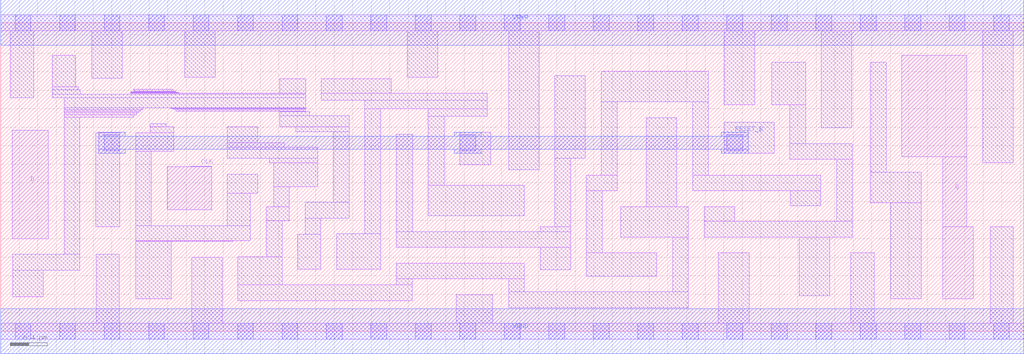
<source format=lef>
# Copyright 2020 The SkyWater PDK Authors
#
# Licensed under the Apache License, Version 2.0 (the "License");
# you may not use this file except in compliance with the License.
# You may obtain a copy of the License at
#
#     https://www.apache.org/licenses/LICENSE-2.0
#
# Unless required by applicable law or agreed to in writing, software
# distributed under the License is distributed on an "AS IS" BASIS,
# WITHOUT WARRANTIES OR CONDITIONS OF ANY KIND, either express or implied.
# See the License for the specific language governing permissions and
# limitations under the License.
#
# SPDX-License-Identifier: Apache-2.0

VERSION 5.7 ;
  NAMESCASESENSITIVE ON ;
  NOWIREEXTENSIONATPIN ON ;
  DIVIDERCHAR "/" ;
  BUSBITCHARS "[]" ;
UNITS
  DATABASE MICRONS 200 ;
END UNITS
MACRO sky130_fd_sc_ls__dfrtp_1
  CLASS CORE ;
  SOURCE USER ;
  FOREIGN sky130_fd_sc_ls__dfrtp_1 ;
  ORIGIN  0.000000  0.000000 ;
  SIZE  11.04000 BY  3.330000 ;
  SYMMETRY X Y R90 ;
  SITE unit ;
  PIN D
    ANTENNAGATEAREA  0.126000 ;
    DIRECTION INPUT ;
    USE SIGNAL ;
    PORT
      LAYER li1 ;
        RECT 0.125000 1.000000 0.515000 2.170000 ;
    END
  END D
  PIN Q
    ANTENNADIFFAREA  0.591700 ;
    DIRECTION OUTPUT ;
    USE SIGNAL ;
    PORT
      LAYER li1 ;
        RECT  9.725000 1.885000 10.425000 2.980000 ;
        RECT 10.165000 0.350000 10.495000 1.130000 ;
        RECT 10.165000 1.130000 10.425000 1.885000 ;
    END
  END Q
  PIN RESET_B
    ANTENNAGATEAREA  0.378000 ;
    DIRECTION INPUT ;
    USE SIGNAL ;
    PORT
      LAYER met1 ;
        RECT 1.055000 1.920000 1.345000 1.965000 ;
        RECT 1.055000 1.965000 8.065000 2.105000 ;
        RECT 1.055000 2.105000 1.345000 2.150000 ;
        RECT 4.895000 1.920000 5.185000 1.965000 ;
        RECT 4.895000 2.105000 5.185000 2.150000 ;
        RECT 7.775000 1.920000 8.065000 1.965000 ;
        RECT 7.775000 2.105000 8.065000 2.150000 ;
    END
  END RESET_B
  PIN CLK
    ANTENNAGATEAREA  0.261000 ;
    DIRECTION INPUT ;
    USE CLOCK ;
    PORT
      LAYER li1 ;
        RECT 1.795000 1.310000 2.275000 1.775000 ;
        RECT 2.045000 1.775000 2.275000 1.780000 ;
    END
  END CLK
  PIN VGND
    DIRECTION INOUT ;
    SHAPE ABUTMENT ;
    USE GROUND ;
    PORT
      LAYER met1 ;
        RECT 0.000000 -0.245000 11.040000 0.245000 ;
    END
  END VGND
  PIN VPWR
    DIRECTION INOUT ;
    SHAPE ABUTMENT ;
    USE POWER ;
    PORT
      LAYER met1 ;
        RECT 0.000000 3.085000 11.040000 3.575000 ;
    END
  END VPWR
  OBS
    LAYER li1 ;
      RECT  0.000000 -0.085000 11.040000 0.085000 ;
      RECT  0.000000  3.245000 11.040000 3.415000 ;
      RECT  0.105000  2.520000  0.355000 3.245000 ;
      RECT  0.130000  0.370000  0.460000 0.660000 ;
      RECT  0.130000  0.660000  0.855000 0.830000 ;
      RECT  0.555000  2.520000  3.290000 2.560000 ;
      RECT  0.555000  2.560000  0.860000 2.605000 ;
      RECT  0.555000  2.605000  0.835000 2.640000 ;
      RECT  0.555000  2.640000  0.810000 2.980000 ;
      RECT  0.685000  0.830000  0.855000 2.310000 ;
      RECT  0.685000  2.310000  1.435000 2.335000 ;
      RECT  0.685000  2.335000  1.465000 2.360000 ;
      RECT  0.685000  2.360000  1.490000 2.375000 ;
      RECT  0.685000  2.375000  1.510000 2.390000 ;
      RECT  0.685000  2.390000  1.530000 2.410000 ;
      RECT  0.685000  2.410000  3.290000 2.520000 ;
      RECT  0.980000  2.730000  1.310000 3.245000 ;
      RECT  1.025000  1.130000  1.285000 2.140000 ;
      RECT  1.030000  0.085000  1.280000 0.830000 ;
      RECT  1.405000  2.560000  3.290000 2.570000 ;
      RECT  1.405000  2.570000  1.925000 2.575000 ;
      RECT  1.405000  2.575000  1.910000 2.580000 ;
      RECT  1.405000  2.580000  1.890000 2.585000 ;
      RECT  1.435000  2.585000  1.890000 2.590000 ;
      RECT  1.435000  2.590000  1.860000 2.610000 ;
      RECT  1.455000  0.350000  1.840000 0.970000 ;
      RECT  1.455000  0.970000  2.505000 0.975000 ;
      RECT  1.455000  0.975000  2.695000 1.140000 ;
      RECT  1.455000  1.140000  1.625000 1.945000 ;
      RECT  1.455000  1.945000  1.865000 2.140000 ;
      RECT  1.615000  2.140000  1.865000 2.205000 ;
      RECT  1.615000  2.205000  1.785000 2.240000 ;
      RECT  1.835000  2.405000  3.290000 2.410000 ;
      RECT  1.850000  2.400000  3.290000 2.405000 ;
      RECT  1.870000  2.390000  3.290000 2.400000 ;
      RECT  1.895000  2.375000  3.290000 2.390000 ;
      RECT  1.985000  2.740000  2.315000 3.245000 ;
      RECT  2.060000  0.085000  2.390000 0.800000 ;
      RECT  2.445000  1.140000  2.695000 1.490000 ;
      RECT  2.445000  1.490000  2.775000 1.695000 ;
      RECT  2.445000  1.865000  3.420000 1.985000 ;
      RECT  2.445000  1.985000  3.060000 2.035000 ;
      RECT  2.445000  2.035000  2.775000 2.205000 ;
      RECT  2.560000  0.330000  4.440000 0.500000 ;
      RECT  2.560000  0.500000  3.035000 0.805000 ;
      RECT  2.865000  0.805000  3.035000 1.195000 ;
      RECT  2.865000  1.195000  3.115000 1.345000 ;
      RECT  2.900000  1.820000  3.420000 1.865000 ;
      RECT  2.945000  1.345000  3.115000 1.560000 ;
      RECT  2.945000  1.560000  3.420000 1.820000 ;
      RECT  3.010000  2.205000  3.760000 2.325000 ;
      RECT  3.010000  2.325000  3.335000 2.370000 ;
      RECT  3.010000  2.370000  3.290000 2.375000 ;
      RECT  3.010000  2.570000  3.290000 2.725000 ;
      RECT  3.185000  2.155000  3.760000 2.205000 ;
      RECT  3.205000  0.670000  3.455000 1.045000 ;
      RECT  3.285000  1.045000  3.455000 1.220000 ;
      RECT  3.285000  1.220000  3.760000 1.390000 ;
      RECT  3.460000  2.495000  5.250000 2.570000 ;
      RECT  3.460000  2.570000  4.215000 2.725000 ;
      RECT  3.590000  1.390000  3.760000 2.155000 ;
      RECT  3.625000  0.670000  4.100000 1.050000 ;
      RECT  3.930000  1.050000  4.100000 2.400000 ;
      RECT  3.930000  2.400000  5.250000 2.495000 ;
      RECT  4.270000  0.500000  4.440000 0.565000 ;
      RECT  4.270000  0.565000  5.650000 0.735000 ;
      RECT  4.270000  0.905000  6.150000 1.075000 ;
      RECT  4.270000  1.075000  4.445000 2.125000 ;
      RECT  4.385000  2.740000  4.715000 3.245000 ;
      RECT  4.615000  1.245000  5.650000 1.575000 ;
      RECT  4.615000  1.575000  4.785000 2.320000 ;
      RECT  4.615000  2.320000  5.250000 2.400000 ;
      RECT  4.915000  0.085000  5.310000 0.395000 ;
      RECT  4.955000  1.795000  5.285000 2.150000 ;
      RECT  5.480000  0.255000  7.420000 0.425000 ;
      RECT  5.480000  0.425000  5.650000 0.565000 ;
      RECT  5.480000  1.745000  5.810000 3.245000 ;
      RECT  5.820000  0.665000  6.150000 0.905000 ;
      RECT  5.820000  1.075000  6.150000 1.130000 ;
      RECT  5.980000  1.130000  6.150000 1.865000 ;
      RECT  5.980000  1.865000  6.310000 2.755000 ;
      RECT  6.320000  0.595000  7.080000 0.845000 ;
      RECT  6.320000  0.845000  6.490000 1.515000 ;
      RECT  6.320000  1.515000  6.650000 1.685000 ;
      RECT  6.480000  1.685000  6.650000 2.475000 ;
      RECT  6.480000  2.475000  7.635000 2.805000 ;
      RECT  6.690000  1.015000  7.420000 1.345000 ;
      RECT  6.965000  1.345000  7.295000 2.305000 ;
      RECT  7.250000  0.425000  7.420000 1.015000 ;
      RECT  7.465000  1.515000  8.850000 1.685000 ;
      RECT  7.465000  1.685000  7.635000 2.475000 ;
      RECT  7.590000  1.015000  9.190000 1.185000 ;
      RECT  7.590000  1.185000  7.920000 1.345000 ;
      RECT  7.745000  0.085000  8.075000 0.845000 ;
      RECT  7.805000  1.920000  8.345000 2.255000 ;
      RECT  7.805000  2.445000  8.135000 3.245000 ;
      RECT  8.320000  2.445000  8.685000 2.905000 ;
      RECT  8.515000  1.855000  9.190000 2.025000 ;
      RECT  8.515000  2.025000  8.685000 2.445000 ;
      RECT  8.520000  1.355000  8.850000 1.515000 ;
      RECT  8.615000  0.385000  8.945000 1.015000 ;
      RECT  8.855000  2.195000  9.185000 3.245000 ;
      RECT  9.020000  1.185000  9.190000 1.855000 ;
      RECT  9.175000  0.085000  9.425000 0.845000 ;
      RECT  9.385000  1.385000  9.935000 1.715000 ;
      RECT  9.385000  1.715000  9.555000 2.905000 ;
      RECT  9.605000  0.350000  9.935000 1.385000 ;
      RECT 10.595000  1.820000 10.925000 3.245000 ;
      RECT 10.675000  0.085000 10.925000 1.130000 ;
    LAYER mcon ;
      RECT  0.155000 -0.085000  0.325000 0.085000 ;
      RECT  0.155000  3.245000  0.325000 3.415000 ;
      RECT  0.635000 -0.085000  0.805000 0.085000 ;
      RECT  0.635000  3.245000  0.805000 3.415000 ;
      RECT  1.115000 -0.085000  1.285000 0.085000 ;
      RECT  1.115000  1.950000  1.285000 2.120000 ;
      RECT  1.115000  3.245000  1.285000 3.415000 ;
      RECT  1.595000 -0.085000  1.765000 0.085000 ;
      RECT  1.595000  3.245000  1.765000 3.415000 ;
      RECT  2.075000 -0.085000  2.245000 0.085000 ;
      RECT  2.075000  3.245000  2.245000 3.415000 ;
      RECT  2.555000 -0.085000  2.725000 0.085000 ;
      RECT  2.555000  3.245000  2.725000 3.415000 ;
      RECT  3.035000 -0.085000  3.205000 0.085000 ;
      RECT  3.035000  3.245000  3.205000 3.415000 ;
      RECT  3.515000 -0.085000  3.685000 0.085000 ;
      RECT  3.515000  3.245000  3.685000 3.415000 ;
      RECT  3.995000 -0.085000  4.165000 0.085000 ;
      RECT  3.995000  3.245000  4.165000 3.415000 ;
      RECT  4.475000 -0.085000  4.645000 0.085000 ;
      RECT  4.475000  3.245000  4.645000 3.415000 ;
      RECT  4.955000 -0.085000  5.125000 0.085000 ;
      RECT  4.955000  1.950000  5.125000 2.120000 ;
      RECT  4.955000  3.245000  5.125000 3.415000 ;
      RECT  5.435000 -0.085000  5.605000 0.085000 ;
      RECT  5.435000  3.245000  5.605000 3.415000 ;
      RECT  5.915000 -0.085000  6.085000 0.085000 ;
      RECT  5.915000  3.245000  6.085000 3.415000 ;
      RECT  6.395000 -0.085000  6.565000 0.085000 ;
      RECT  6.395000  3.245000  6.565000 3.415000 ;
      RECT  6.875000 -0.085000  7.045000 0.085000 ;
      RECT  6.875000  3.245000  7.045000 3.415000 ;
      RECT  7.355000 -0.085000  7.525000 0.085000 ;
      RECT  7.355000  3.245000  7.525000 3.415000 ;
      RECT  7.835000 -0.085000  8.005000 0.085000 ;
      RECT  7.835000  1.950000  8.005000 2.120000 ;
      RECT  7.835000  3.245000  8.005000 3.415000 ;
      RECT  8.315000 -0.085000  8.485000 0.085000 ;
      RECT  8.315000  3.245000  8.485000 3.415000 ;
      RECT  8.795000 -0.085000  8.965000 0.085000 ;
      RECT  8.795000  3.245000  8.965000 3.415000 ;
      RECT  9.275000 -0.085000  9.445000 0.085000 ;
      RECT  9.275000  3.245000  9.445000 3.415000 ;
      RECT  9.755000 -0.085000  9.925000 0.085000 ;
      RECT  9.755000  3.245000  9.925000 3.415000 ;
      RECT 10.235000 -0.085000 10.405000 0.085000 ;
      RECT 10.235000  3.245000 10.405000 3.415000 ;
      RECT 10.715000 -0.085000 10.885000 0.085000 ;
      RECT 10.715000  3.245000 10.885000 3.415000 ;
  END
END sky130_fd_sc_ls__dfrtp_1
END LIBRARY

</source>
